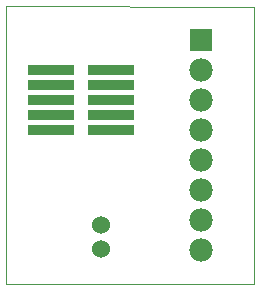
<source format=gts>
G75*
G70*
%OFA0B0*%
%FSLAX24Y24*%
%IPPOS*%
%LPD*%
%AMOC8*
5,1,8,0,0,1.08239X$1,22.5*
%
%ADD10C,0.0000*%
%ADD11R,0.1540X0.0330*%
%ADD12R,0.0780X0.0780*%
%ADD13C,0.0780*%
%ADD14C,0.0600*%
D10*
X000150Y000150D02*
X000150Y009402D01*
X008400Y009400D01*
X008400Y000150D01*
X000150Y000150D01*
D11*
X001650Y005294D03*
X001650Y005794D03*
X001650Y006294D03*
X001650Y006794D03*
X001650Y007294D03*
X003650Y007294D03*
X003650Y006794D03*
X003650Y006294D03*
X003650Y005794D03*
X003650Y005294D03*
D12*
X006650Y008294D03*
D13*
X006650Y007294D03*
X006650Y006294D03*
X006650Y005294D03*
X006650Y004294D03*
X006650Y003294D03*
X006650Y002294D03*
X006650Y001294D03*
D14*
X003300Y001331D03*
X003300Y002119D03*
M02*

</source>
